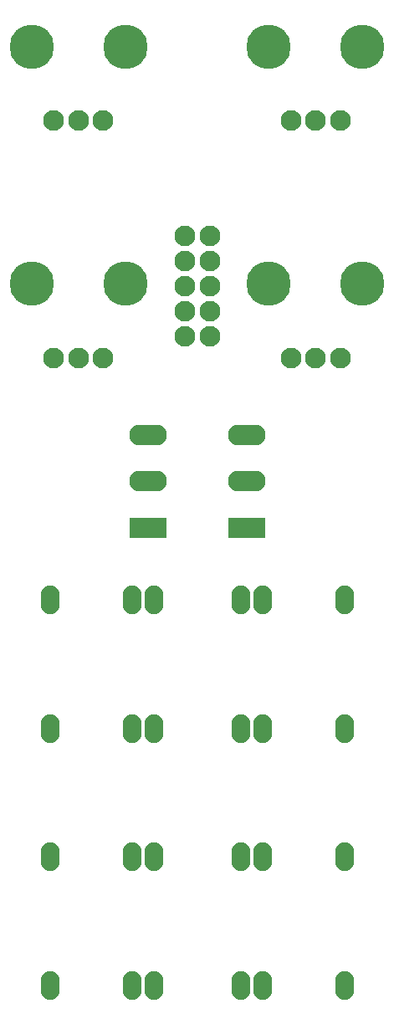
<source format=gts>
G04 Layer_Color=8388736*
%FSLAX43Y43*%
%MOMM*%
G71*
G01*
G75*
%ADD35C,2.100*%
%ADD36O,1.900X2.900*%
%ADD37C,4.500*%
G04:AMPARAMS|DCode=38|XSize=3.8mm|YSize=2.1mm|CornerRadius=1.05mm|HoleSize=0mm|Usage=FLASHONLY|Rotation=180.000|XOffset=0mm|YOffset=0mm|HoleType=Round|Shape=RoundedRectangle|*
%AMROUNDEDRECTD38*
21,1,3.800,0.000,0,0,180.0*
21,1,1.700,2.100,0,0,180.0*
1,1,2.100,-0.850,0.000*
1,1,2.100,0.850,0.000*
1,1,2.100,0.850,0.000*
1,1,2.100,-0.850,0.000*
%
%ADD38ROUNDEDRECTD38*%
%ADD39R,3.800X2.100*%
D35*
X101270Y188830D02*
D03*
X98730D02*
D03*
X101270Y186290D02*
D03*
X98730D02*
D03*
Y183750D02*
D03*
X101270D02*
D03*
Y181210D02*
D03*
X98730D02*
D03*
Y178670D02*
D03*
X101270D02*
D03*
X90500Y200500D02*
D03*
X88000D02*
D03*
X85500D02*
D03*
X114500D02*
D03*
X112000D02*
D03*
X109500D02*
D03*
X90500Y176500D02*
D03*
X88000D02*
D03*
X85500D02*
D03*
X114500D02*
D03*
X112000D02*
D03*
X109500D02*
D03*
D36*
X114900Y152000D02*
D03*
X106600D02*
D03*
X104400D02*
D03*
X114900Y139000D02*
D03*
X106600D02*
D03*
X104400D02*
D03*
X114900Y126000D02*
D03*
X106600D02*
D03*
X104400D02*
D03*
Y113000D02*
D03*
X106600D02*
D03*
X114900D02*
D03*
X85100Y152000D02*
D03*
X93400D02*
D03*
X95600D02*
D03*
X85100Y139000D02*
D03*
X93400D02*
D03*
X95600D02*
D03*
X85100Y126000D02*
D03*
X93400D02*
D03*
X95600D02*
D03*
Y113000D02*
D03*
X93400D02*
D03*
X85100D02*
D03*
D37*
X83250Y208000D02*
D03*
X92750D02*
D03*
X107250D02*
D03*
X116750D02*
D03*
X83250Y184000D02*
D03*
X92750D02*
D03*
X107250D02*
D03*
X116750D02*
D03*
D38*
X105000Y168700D02*
D03*
Y164000D02*
D03*
X95000D02*
D03*
Y168700D02*
D03*
D39*
X105000Y159300D02*
D03*
X95000D02*
D03*
M02*

</source>
